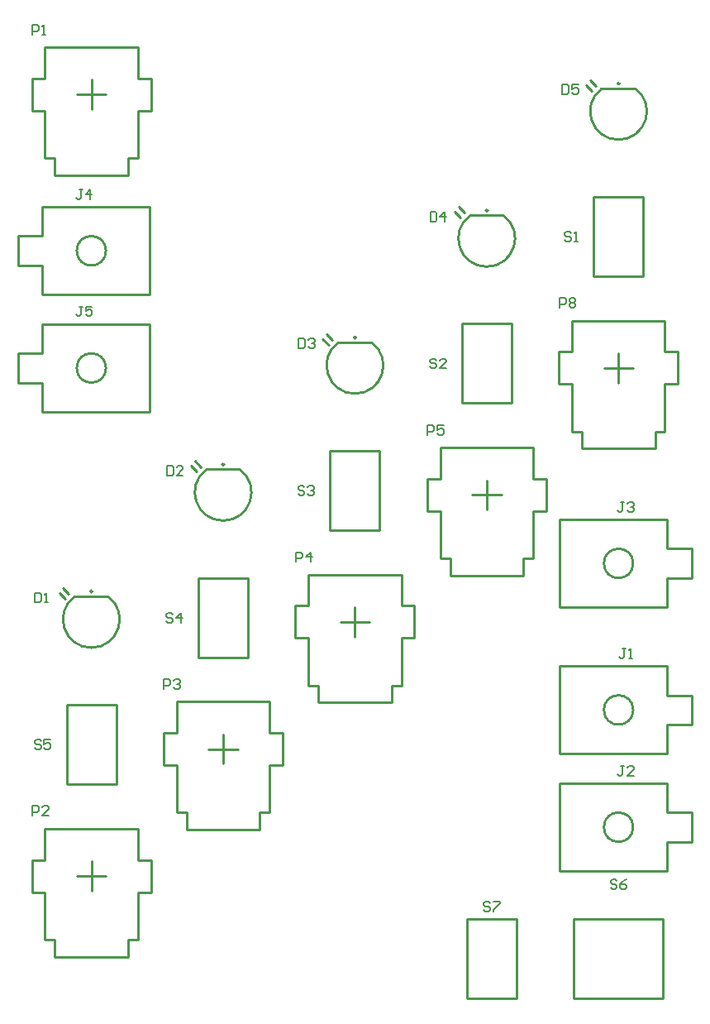
<source format=gto>
G04*
G04 #@! TF.GenerationSoftware,Altium Limited,Altium Designer,25.8.1 (18)*
G04*
G04 Layer_Color=65535*
%FSLAX44Y44*%
%MOMM*%
G71*
G04*
G04 #@! TF.SameCoordinates,F1EE7967-946D-41B3-A8E5-45C9097F8446*
G04*
G04*
G04 #@! TF.FilePolarity,Positive*
G04*
G01*
G75*
%ADD10C,0.2540*%
%ADD11C,0.1500*%
D10*
X621000Y991250D02*
G03*
X621000Y991250I-1000J0D01*
G01*
X602883Y986110D02*
G03*
X637117Y986110I17117J-23410D01*
G01*
X486000Y861250D02*
G03*
X486000Y861250I-1000J0D01*
G01*
X467883Y856110D02*
G03*
X502117Y856110I17117J-23410D01*
G01*
X351000Y731250D02*
G03*
X351000Y731250I-1000J0D01*
G01*
X332883Y726110D02*
G03*
X367117Y726110I17117J-23410D01*
G01*
X216000Y601250D02*
G03*
X216000Y601250I-1000J0D01*
G01*
X197883Y596110D02*
G03*
X232117Y596110I17117J-23410D01*
G01*
X81000Y471250D02*
G03*
X81000Y471250I-1000J0D01*
G01*
X62883Y466110D02*
G03*
X97117Y466110I17117J-23410D01*
G01*
X635000Y500000D02*
G03*
X635000Y500000I-15000J0D01*
G01*
Y350000D02*
G03*
X635000Y350000I-15000J0D01*
G01*
Y230000D02*
G03*
X635000Y230000I-15000J0D01*
G01*
X95000Y820000D02*
G03*
X95000Y820000I-15000J0D01*
G01*
Y700000D02*
G03*
X95000Y700000I-15000J0D01*
G01*
X591000Y994700D02*
X597000Y988700D01*
X587000Y989700D02*
X593000Y983700D01*
X593000D01*
X603000Y986200D02*
X637000D01*
X456000Y864700D02*
X462000Y858700D01*
X452000Y859700D02*
X458000Y853700D01*
X458000D01*
X468000Y856200D02*
X502000D01*
X321000Y734700D02*
X327000Y728700D01*
X317000Y729700D02*
X323000Y723700D01*
X323000D01*
X333000Y726200D02*
X367000D01*
X186000Y604700D02*
X192000Y598700D01*
X182000Y599700D02*
X188000Y593700D01*
X188000D01*
X198000Y596200D02*
X232000D01*
X51000Y474700D02*
X57000Y468700D01*
X47000Y469700D02*
X53000Y463700D01*
X53000D01*
X63000Y466200D02*
X97000D01*
X670000Y515000D02*
X695000D01*
X670000D02*
Y545000D01*
X695000Y485000D02*
Y515000D01*
X670000Y485000D02*
X695000D01*
X670000Y455000D02*
Y485000D01*
X560000Y545000D02*
X670000D01*
X560000Y455000D02*
X670000D01*
X560000D02*
Y545000D01*
X670000Y365000D02*
X695000D01*
X670000D02*
Y395000D01*
X695000Y335000D02*
Y365000D01*
X670000Y335000D02*
X695000D01*
X670000Y305000D02*
Y335000D01*
X560000Y395000D02*
X670000D01*
X560000Y305000D02*
X670000D01*
X560000D02*
Y395000D01*
X670000Y245000D02*
X695000D01*
X670000D02*
Y275000D01*
X695000Y215000D02*
Y245000D01*
X670000Y215000D02*
X695000D01*
X670000Y185000D02*
Y215000D01*
X560000Y275000D02*
X670000D01*
X560000Y185000D02*
X670000D01*
X560000D02*
Y275000D01*
X574300Y54750D02*
X665700D01*
X574300Y136050D02*
X665700D01*
Y54750D02*
Y136050D01*
X574300Y54750D02*
Y136050D01*
X515400Y54750D02*
Y136050D01*
X464600Y54750D02*
Y136050D01*
Y54750D02*
X515400D01*
X464600Y136050D02*
X515400D01*
X105400Y273950D02*
Y355250D01*
X54600Y273950D02*
Y355250D01*
Y273950D02*
X105400D01*
X54600Y355250D02*
X105400D01*
X240400Y403950D02*
Y485250D01*
X189600Y403950D02*
Y485250D01*
Y403950D02*
X240400D01*
X189600Y485250D02*
X240400D01*
X510400Y663950D02*
Y745250D01*
X459600Y663950D02*
Y745250D01*
Y663950D02*
X510400D01*
X459600Y745250D02*
X510400D01*
X645400Y793950D02*
Y875250D01*
X594600Y793950D02*
Y875250D01*
Y793950D02*
X645400D01*
X594600Y875250D02*
X645400D01*
X375400Y533950D02*
Y615250D01*
X324600Y533950D02*
Y615250D01*
Y533950D02*
X375400D01*
X324600Y615250D02*
X375400D01*
X620000Y685000D02*
Y715000D01*
X605000Y700000D02*
X635000D01*
X657500Y635000D02*
X667500D01*
X572500D02*
X582500D01*
X657500Y617450D02*
Y635000D01*
X582500Y617450D02*
X657500D01*
X582500D02*
Y635000D01*
X572500Y748500D02*
X620000D01*
X667500D01*
X559040Y683490D02*
X572500D01*
X559040D02*
Y716510D01*
X572500D01*
Y748500D01*
Y635000D02*
Y683490D01*
X667500D02*
X680960D01*
Y716510D01*
X667500D02*
X680960D01*
X667500D02*
Y748500D01*
Y635000D02*
Y683490D01*
X485000Y555000D02*
Y585000D01*
X470000Y570000D02*
X500000D01*
X522500Y505000D02*
X532500D01*
X437500D02*
X447500D01*
X522500Y487450D02*
Y505000D01*
X447500Y487450D02*
X522500D01*
X447500D02*
Y505000D01*
X437500Y618500D02*
X485000D01*
X532500D01*
X424040Y553490D02*
X437500D01*
X424040D02*
Y586510D01*
X437500D01*
Y618500D01*
Y505000D02*
Y553490D01*
X532500D02*
X545960D01*
Y586510D01*
X532500D02*
X545960D01*
X532500D02*
Y618500D01*
Y505000D02*
Y553490D01*
X80000Y965000D02*
Y995000D01*
X65000Y980000D02*
X95000D01*
X117500Y915000D02*
X127500D01*
X32500D02*
X42500D01*
X117500Y897450D02*
Y915000D01*
X42500Y897450D02*
X117500D01*
X42500D02*
Y915000D01*
X32500Y1028500D02*
X80000D01*
X127500D01*
X19040Y963490D02*
X32500D01*
X19040D02*
Y996510D01*
X32500D01*
Y1028500D01*
Y915000D02*
Y963490D01*
X127500D02*
X140960D01*
Y996510D01*
X127500D02*
X140960D01*
X127500D02*
Y1028500D01*
Y915000D02*
Y963490D01*
X80000Y165000D02*
Y195000D01*
X65000Y180000D02*
X95000D01*
X117500Y115000D02*
X127500D01*
X32500D02*
X42500D01*
X117500Y97450D02*
Y115000D01*
X42500Y97450D02*
X117500D01*
X42500D02*
Y115000D01*
X32500Y228500D02*
X80000D01*
X127500D01*
X19040Y163490D02*
X32500D01*
X19040D02*
Y196510D01*
X32500D01*
Y228500D01*
Y115000D02*
Y163490D01*
X127500D02*
X140960D01*
Y196510D01*
X127500D02*
X140960D01*
X127500D02*
Y228500D01*
Y115000D02*
Y163490D01*
X215000Y295000D02*
Y325000D01*
X200000Y310000D02*
X230000D01*
X252500Y245000D02*
X262500D01*
X167500D02*
X177500D01*
X252500Y227450D02*
Y245000D01*
X177500Y227450D02*
X252500D01*
X177500D02*
Y245000D01*
X167500Y358500D02*
X215000D01*
X262500D01*
X154040Y293490D02*
X167500D01*
X154040D02*
Y326510D01*
X167500D01*
Y358500D01*
Y245000D02*
Y293490D01*
X262500D02*
X275960D01*
Y326510D01*
X262500D02*
X275960D01*
X262500D02*
Y358500D01*
Y245000D02*
Y293490D01*
X30000Y775000D02*
Y805000D01*
Y835000D02*
Y865000D01*
X5000Y805000D02*
X30000D01*
X5000D02*
Y835000D01*
X30000D01*
Y865000D02*
X140000D01*
X30000Y775000D02*
X140000D01*
Y865000D01*
X350000Y425000D02*
Y455000D01*
X335000Y440000D02*
X365000D01*
X387500Y375000D02*
X397500D01*
X302500D02*
X312500D01*
X387500Y357450D02*
Y375000D01*
X312500Y357450D02*
X387500D01*
X312500D02*
Y375000D01*
X302500Y488500D02*
X350000D01*
X397500D01*
X289040Y423490D02*
X302500D01*
X289040D02*
Y456510D01*
X302500D01*
Y488500D01*
Y375000D02*
Y423490D01*
X397500D02*
X410960D01*
Y456510D01*
X397500D02*
X410960D01*
X397500D02*
Y488500D01*
Y375000D02*
Y423490D01*
X30000Y655000D02*
Y685000D01*
Y715000D02*
Y745000D01*
X5000Y685000D02*
X30000D01*
X5000D02*
Y715000D01*
X30000D01*
Y745000D02*
X140000D01*
X30000Y655000D02*
X140000D01*
Y745000D01*
D11*
X625745Y562783D02*
X622412D01*
X624078D01*
Y554452D01*
X622412Y552786D01*
X620746D01*
X619080Y554452D01*
X629077Y561117D02*
X630743Y562783D01*
X634075D01*
X635741Y561117D01*
Y559450D01*
X634075Y557784D01*
X632409D01*
X634075D01*
X635741Y556118D01*
Y554452D01*
X634075Y552786D01*
X630743D01*
X629077Y554452D01*
X627523Y412923D02*
X624190D01*
X625856D01*
Y404592D01*
X624190Y402926D01*
X622524D01*
X620858Y404592D01*
X630855Y402926D02*
X634187D01*
X632521D01*
Y412923D01*
X630855Y411257D01*
X625745Y292781D02*
X622412D01*
X624078D01*
Y284450D01*
X622412Y282784D01*
X620746D01*
X619080Y284450D01*
X635741Y282784D02*
X629077D01*
X635741Y289449D01*
Y291115D01*
X634075Y292781D01*
X630743D01*
X629077Y291115D01*
X157200Y599973D02*
Y589976D01*
X162198D01*
X163864Y591642D01*
Y598307D01*
X162198Y599973D01*
X157200D01*
X173861Y589976D02*
X167197D01*
X173861Y596641D01*
Y598307D01*
X172195Y599973D01*
X168863D01*
X167197Y598307D01*
X292328Y730021D02*
Y720024D01*
X297326D01*
X298993Y721690D01*
Y728355D01*
X297326Y730021D01*
X292328D01*
X302325Y728355D02*
X303991Y730021D01*
X307323D01*
X308989Y728355D01*
Y726689D01*
X307323Y725022D01*
X305657D01*
X307323D01*
X308989Y723356D01*
Y721690D01*
X307323Y720024D01*
X303991D01*
X302325Y721690D01*
X562330Y990117D02*
Y980120D01*
X567328D01*
X568994Y981786D01*
Y988451D01*
X567328Y990117D01*
X562330D01*
X578991D02*
X572327D01*
Y985118D01*
X575659Y986785D01*
X577325D01*
X578991Y985118D01*
Y981786D01*
X577325Y980120D01*
X573993D01*
X572327Y981786D01*
X427202Y860069D02*
Y850072D01*
X432200D01*
X433867Y851738D01*
Y858403D01*
X432200Y860069D01*
X427202D01*
X442197Y850072D02*
Y860069D01*
X437199Y855070D01*
X443863D01*
X22326Y469925D02*
Y459928D01*
X27324D01*
X28990Y461594D01*
Y468259D01*
X27324Y469925D01*
X22326D01*
X32323Y459928D02*
X35655D01*
X33989D01*
Y469925D01*
X32323Y468259D01*
X618378Y175037D02*
X616712Y176703D01*
X613380D01*
X611714Y175037D01*
Y173370D01*
X613380Y171704D01*
X616712D01*
X618378Y170038D01*
Y168372D01*
X616712Y166706D01*
X613380D01*
X611714Y168372D01*
X628375Y176703D02*
X625043Y175037D01*
X621711Y171704D01*
Y168372D01*
X623377Y166706D01*
X626709D01*
X628375Y168372D01*
Y170038D01*
X626709Y171704D01*
X621711D01*
X488330Y152177D02*
X486664Y153843D01*
X483332D01*
X481666Y152177D01*
Y150511D01*
X483332Y148844D01*
X486664D01*
X488330Y147178D01*
Y145512D01*
X486664Y143846D01*
X483332D01*
X481666Y145512D01*
X491663Y153843D02*
X498327D01*
Y152177D01*
X491663Y145512D01*
Y143846D01*
X28337Y318039D02*
X26670Y319705D01*
X23338D01*
X21672Y318039D01*
Y316373D01*
X23338Y314706D01*
X26670D01*
X28337Y313040D01*
Y311374D01*
X26670Y309708D01*
X23338D01*
X21672Y311374D01*
X38333Y319705D02*
X31669D01*
Y314706D01*
X35001Y316373D01*
X36667D01*
X38333Y314706D01*
Y311374D01*
X36667Y309708D01*
X33335D01*
X31669Y311374D01*
X163465Y447833D02*
X161798Y449499D01*
X158466D01*
X156800Y447833D01*
Y446166D01*
X158466Y444500D01*
X161798D01*
X163465Y442834D01*
Y441168D01*
X161798Y439502D01*
X158466D01*
X156800Y441168D01*
X171795Y439502D02*
Y449499D01*
X166797Y444500D01*
X173461D01*
X298339Y577881D02*
X296672Y579547D01*
X293340D01*
X291674Y577881D01*
Y576214D01*
X293340Y574548D01*
X296672D01*
X298339Y572882D01*
Y571216D01*
X296672Y569550D01*
X293340D01*
X291674Y571216D01*
X301671Y577881D02*
X303337Y579547D01*
X306669D01*
X308335Y577881D01*
Y576214D01*
X306669Y574548D01*
X305003D01*
X306669D01*
X308335Y572882D01*
Y571216D01*
X306669Y569550D01*
X303337D01*
X301671Y571216D01*
X433466Y707929D02*
X431800Y709595D01*
X428468D01*
X426802Y707929D01*
Y706263D01*
X428468Y704596D01*
X431800D01*
X433466Y702930D01*
Y701264D01*
X431800Y699598D01*
X428468D01*
X426802Y701264D01*
X443463Y699598D02*
X436799D01*
X443463Y706263D01*
Y707929D01*
X441797Y709595D01*
X438465D01*
X436799Y707929D01*
X571642Y837977D02*
X569976Y839643D01*
X566644D01*
X564978Y837977D01*
Y836311D01*
X566644Y834644D01*
X569976D01*
X571642Y832978D01*
Y831312D01*
X569976Y829646D01*
X566644D01*
X564978Y831312D01*
X574975Y829646D02*
X578307D01*
X576641D01*
Y839643D01*
X574975Y837977D01*
X559390Y761574D02*
Y771571D01*
X564388D01*
X566054Y769905D01*
Y766572D01*
X564388Y764906D01*
X559390D01*
X569387Y769905D02*
X571053Y771571D01*
X574385D01*
X576051Y769905D01*
Y768239D01*
X574385Y766572D01*
X576051Y764906D01*
Y763240D01*
X574385Y761574D01*
X571053D01*
X569387Y763240D01*
Y764906D01*
X571053Y766572D01*
X569387Y768239D01*
Y769905D01*
X571053Y766572D02*
X574385D01*
X424262Y631526D02*
Y641523D01*
X429260D01*
X430927Y639857D01*
Y636524D01*
X429260Y634858D01*
X424262D01*
X440923Y641523D02*
X434259D01*
Y636524D01*
X437591Y638190D01*
X439257D01*
X440923Y636524D01*
Y633192D01*
X439257Y631526D01*
X435925D01*
X434259Y633192D01*
X289388Y501478D02*
Y511475D01*
X294386D01*
X296052Y509809D01*
Y506476D01*
X294386Y504810D01*
X289388D01*
X304383Y501478D02*
Y511475D01*
X299385Y506476D01*
X306049D01*
X154260Y371684D02*
Y381681D01*
X159258D01*
X160924Y380015D01*
Y376682D01*
X159258Y375016D01*
X154260D01*
X164257Y380015D02*
X165923Y381681D01*
X169255D01*
X170921Y380015D01*
Y378349D01*
X169255Y376682D01*
X167589D01*
X169255D01*
X170921Y375016D01*
Y373350D01*
X169255Y371684D01*
X165923D01*
X164257Y373350D01*
X19386Y241636D02*
Y251633D01*
X24384D01*
X26051Y249967D01*
Y246634D01*
X24384Y244968D01*
X19386D01*
X36047Y241636D02*
X29383D01*
X36047Y248300D01*
Y249967D01*
X34381Y251633D01*
X31049D01*
X29383Y249967D01*
X19386Y1041482D02*
Y1051479D01*
X24384D01*
X26051Y1049813D01*
Y1046480D01*
X24384Y1044814D01*
X19386D01*
X29383Y1041482D02*
X32715D01*
X31049D01*
Y1051479D01*
X29383Y1049813D01*
X70754Y762935D02*
X67422D01*
X69088D01*
Y754604D01*
X67422Y752938D01*
X65756D01*
X64090Y754604D01*
X80751Y762935D02*
X74087D01*
Y757936D01*
X77419Y759603D01*
X79085D01*
X80751Y757936D01*
Y754604D01*
X79085Y752938D01*
X75753D01*
X74087Y754604D01*
X70754Y882823D02*
X67422D01*
X69088D01*
Y874492D01*
X67422Y872826D01*
X65756D01*
X64090Y874492D01*
X79085Y872826D02*
Y882823D01*
X74087Y877824D01*
X80751D01*
M02*

</source>
